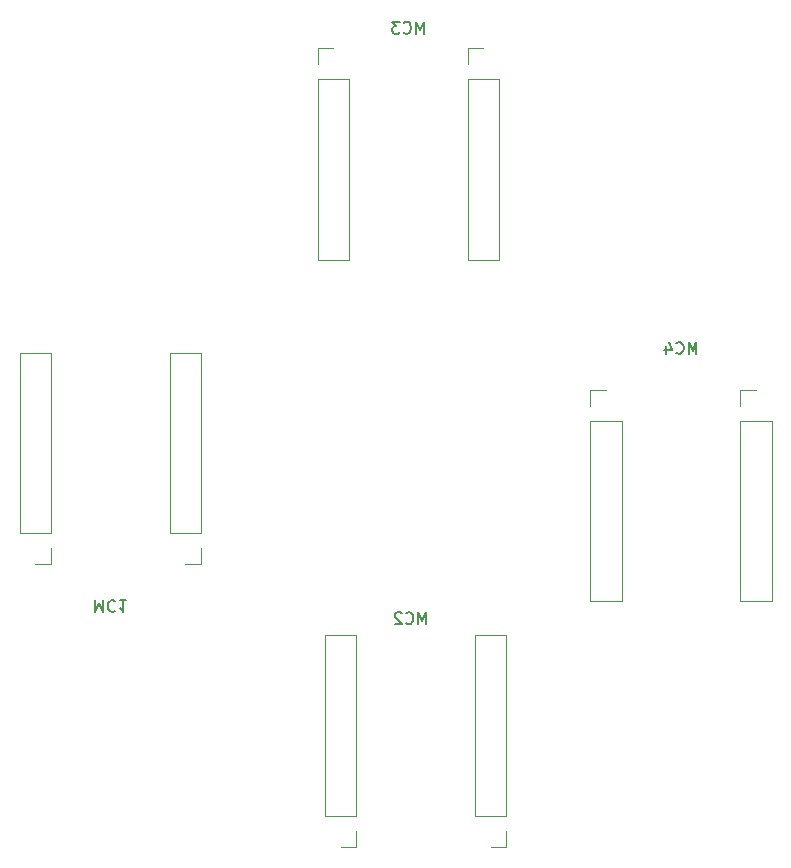
<source format=gbo>
%TF.GenerationSoftware,KiCad,Pcbnew,(6.0.8)*%
%TF.CreationDate,2023-03-18T14:47:44-05:00*%
%TF.ProjectId,board1,626f6172-6431-42e6-9b69-6361645f7063,rev?*%
%TF.SameCoordinates,Original*%
%TF.FileFunction,Legend,Bot*%
%TF.FilePolarity,Positive*%
%FSLAX46Y46*%
G04 Gerber Fmt 4.6, Leading zero omitted, Abs format (unit mm)*
G04 Created by KiCad (PCBNEW (6.0.8)) date 2023-03-18 14:47:44*
%MOMM*%
%LPD*%
G01*
G04 APERTURE LIST*
%ADD10C,0.150000*%
%ADD11C,0.120000*%
%ADD12C,1.700000*%
%ADD13R,1.700000X1.700000*%
%ADD14O,1.700000X1.700000*%
%ADD15R,3.800000X3.800000*%
%ADD16C,3.800000*%
G04 APERTURE END LIST*
D10*
X100165476Y-98650119D02*
X100165476Y-99650119D01*
X100498809Y-98935833D01*
X100832142Y-99650119D01*
X100832142Y-98650119D01*
X101879761Y-98745357D02*
X101832142Y-98697738D01*
X101689285Y-98650119D01*
X101594047Y-98650119D01*
X101451190Y-98697738D01*
X101355952Y-98792976D01*
X101308333Y-98888214D01*
X101260714Y-99078690D01*
X101260714Y-99221547D01*
X101308333Y-99412023D01*
X101355952Y-99507261D01*
X101451190Y-99602500D01*
X101594047Y-99650119D01*
X101689285Y-99650119D01*
X101832142Y-99602500D01*
X101879761Y-99554880D01*
X102832142Y-98650119D02*
X102260714Y-98650119D01*
X102546428Y-98650119D02*
X102546428Y-99650119D01*
X102451190Y-99507261D01*
X102355952Y-99412023D01*
X102260714Y-99364404D01*
X128234523Y-100694880D02*
X128234523Y-99694880D01*
X127901190Y-100409166D01*
X127567857Y-99694880D01*
X127567857Y-100694880D01*
X126520238Y-100599642D02*
X126567857Y-100647261D01*
X126710714Y-100694880D01*
X126805952Y-100694880D01*
X126948809Y-100647261D01*
X127044047Y-100552023D01*
X127091666Y-100456785D01*
X127139285Y-100266309D01*
X127139285Y-100123452D01*
X127091666Y-99932976D01*
X127044047Y-99837738D01*
X126948809Y-99742500D01*
X126805952Y-99694880D01*
X126710714Y-99694880D01*
X126567857Y-99742500D01*
X126520238Y-99790119D01*
X126139285Y-99790119D02*
X126091666Y-99742500D01*
X125996428Y-99694880D01*
X125758333Y-99694880D01*
X125663095Y-99742500D01*
X125615476Y-99790119D01*
X125567857Y-99885357D01*
X125567857Y-99980595D01*
X125615476Y-100123452D01*
X126186904Y-100694880D01*
X125567857Y-100694880D01*
X128018523Y-50694880D02*
X128018523Y-49694880D01*
X127685190Y-50409166D01*
X127351857Y-49694880D01*
X127351857Y-50694880D01*
X126304238Y-50599642D02*
X126351857Y-50647261D01*
X126494714Y-50694880D01*
X126589952Y-50694880D01*
X126732809Y-50647261D01*
X126828047Y-50552023D01*
X126875666Y-50456785D01*
X126923285Y-50266309D01*
X126923285Y-50123452D01*
X126875666Y-49932976D01*
X126828047Y-49837738D01*
X126732809Y-49742500D01*
X126589952Y-49694880D01*
X126494714Y-49694880D01*
X126351857Y-49742500D01*
X126304238Y-49790119D01*
X125970904Y-49694880D02*
X125351857Y-49694880D01*
X125685190Y-50075833D01*
X125542333Y-50075833D01*
X125447095Y-50123452D01*
X125399476Y-50171071D01*
X125351857Y-50266309D01*
X125351857Y-50504404D01*
X125399476Y-50599642D01*
X125447095Y-50647261D01*
X125542333Y-50694880D01*
X125828047Y-50694880D01*
X125923285Y-50647261D01*
X125970904Y-50599642D01*
X151109523Y-77817380D02*
X151109523Y-76817380D01*
X150776190Y-77531666D01*
X150442857Y-76817380D01*
X150442857Y-77817380D01*
X149395238Y-77722142D02*
X149442857Y-77769761D01*
X149585714Y-77817380D01*
X149680952Y-77817380D01*
X149823809Y-77769761D01*
X149919047Y-77674523D01*
X149966666Y-77579285D01*
X150014285Y-77388809D01*
X150014285Y-77245952D01*
X149966666Y-77055476D01*
X149919047Y-76960238D01*
X149823809Y-76865000D01*
X149680952Y-76817380D01*
X149585714Y-76817380D01*
X149442857Y-76865000D01*
X149395238Y-76912619D01*
X148538095Y-77150714D02*
X148538095Y-77817380D01*
X148776190Y-76769761D02*
X149014285Y-77484047D01*
X148395238Y-77484047D01*
D11*
X96455000Y-93012500D02*
X96455000Y-77712500D01*
X93795000Y-77712500D02*
X96455000Y-77712500D01*
X93795000Y-93012500D02*
X93795000Y-77712500D01*
X106495000Y-93012500D02*
X109155000Y-93012500D01*
X109155000Y-93012500D02*
X109155000Y-77712500D01*
X93795000Y-93012500D02*
X96455000Y-93012500D01*
X106495000Y-77712500D02*
X109155000Y-77712500D01*
X109155000Y-95612500D02*
X109155000Y-94282500D01*
X106495000Y-93012500D02*
X106495000Y-77712500D01*
X96455000Y-95612500D02*
X96455000Y-94282500D01*
X107825000Y-95612500D02*
X109155000Y-95612500D01*
X95125000Y-95612500D02*
X96455000Y-95612500D01*
X119645000Y-101630000D02*
X122305000Y-101630000D01*
X132345000Y-101630000D02*
X135005000Y-101630000D01*
X133675000Y-119530000D02*
X135005000Y-119530000D01*
X132345000Y-116930000D02*
X135005000Y-116930000D01*
X132345000Y-116930000D02*
X132345000Y-101630000D01*
X135005000Y-119530000D02*
X135005000Y-118200000D01*
X119645000Y-116930000D02*
X119645000Y-101630000D01*
X122305000Y-119530000D02*
X122305000Y-118200000D01*
X135005000Y-116930000D02*
X135005000Y-101630000D01*
X119645000Y-116930000D02*
X122305000Y-116930000D01*
X122305000Y-116930000D02*
X122305000Y-101630000D01*
X120975000Y-119530000D02*
X122305000Y-119530000D01*
X119029000Y-51955000D02*
X119029000Y-53285000D01*
X121689000Y-54555000D02*
X121689000Y-69855000D01*
X119029000Y-54555000D02*
X119029000Y-69855000D01*
X133059000Y-51955000D02*
X131729000Y-51955000D01*
X121689000Y-54555000D02*
X119029000Y-54555000D01*
X134389000Y-54555000D02*
X131729000Y-54555000D01*
X121689000Y-69855000D02*
X119029000Y-69855000D01*
X131729000Y-54555000D02*
X131729000Y-69855000D01*
X134389000Y-69855000D02*
X131729000Y-69855000D01*
X120359000Y-51955000D02*
X119029000Y-51955000D01*
X134389000Y-54555000D02*
X134389000Y-69855000D01*
X131729000Y-51955000D02*
X131729000Y-53285000D01*
X157480000Y-98755000D02*
X154820000Y-98755000D01*
X157480000Y-83455000D02*
X157480000Y-98755000D01*
X154820000Y-80855000D02*
X154820000Y-82185000D01*
X154820000Y-83455000D02*
X154820000Y-98755000D01*
X144780000Y-83455000D02*
X142120000Y-83455000D01*
X144780000Y-83455000D02*
X144780000Y-98755000D01*
X142120000Y-80855000D02*
X142120000Y-82185000D01*
X157480000Y-83455000D02*
X154820000Y-83455000D01*
X156150000Y-80855000D02*
X154820000Y-80855000D01*
X143450000Y-80855000D02*
X142120000Y-80855000D01*
X142120000Y-83455000D02*
X142120000Y-98755000D01*
X144780000Y-98755000D02*
X142120000Y-98755000D01*
%LPC*%
D12*
X95125000Y-94282500D03*
D13*
X95125000Y-91742500D03*
D14*
X95125000Y-89202500D03*
X95125000Y-86662500D03*
X95125000Y-84122500D03*
X95125000Y-81582500D03*
X95125000Y-79042500D03*
X107825000Y-79042500D03*
X107825000Y-81582500D03*
X107825000Y-84122500D03*
X107825000Y-86662500D03*
X107825000Y-89202500D03*
D13*
X107825000Y-91742500D03*
D12*
X107825000Y-94282500D03*
X120975000Y-118200000D03*
D13*
X120975000Y-115660000D03*
D14*
X120975000Y-113120000D03*
X120975000Y-110580000D03*
X120975000Y-108040000D03*
X120975000Y-105500000D03*
X120975000Y-102960000D03*
X133675000Y-102960000D03*
X133675000Y-105500000D03*
X133675000Y-108040000D03*
X133675000Y-110580000D03*
X133675000Y-113120000D03*
D13*
X133675000Y-115660000D03*
D12*
X133675000Y-118200000D03*
D13*
X137325000Y-41442500D03*
D14*
X139865000Y-41442500D03*
D13*
X120282400Y-74717500D03*
D14*
X122822400Y-74717500D03*
X125362400Y-74717500D03*
X127902400Y-74717500D03*
X130442400Y-74717500D03*
X132982400Y-74717500D03*
D15*
X87000000Y-109467500D03*
D16*
X87000000Y-114467500D03*
D13*
X132950000Y-96167500D03*
D14*
X130410000Y-96167500D03*
X127870000Y-96167500D03*
X125330000Y-96167500D03*
X122790000Y-96167500D03*
X120250000Y-96167500D03*
D13*
X115566800Y-121176900D03*
D14*
X113026800Y-121176900D03*
D12*
X94700000Y-105301300D03*
D13*
X94700000Y-107841300D03*
X94700000Y-110381300D03*
D14*
X94700000Y-112921300D03*
X94700000Y-115461300D03*
D13*
X124025000Y-41342500D03*
D14*
X121485000Y-41342500D03*
D12*
X133059000Y-53285000D03*
D13*
X133059000Y-55825000D03*
D14*
X133059000Y-58365000D03*
X133059000Y-60905000D03*
X133059000Y-63445000D03*
X133059000Y-65985000D03*
X133059000Y-68525000D03*
X120359000Y-68525000D03*
X120359000Y-65985000D03*
X120359000Y-63445000D03*
X120359000Y-60905000D03*
X120359000Y-58365000D03*
D13*
X120359000Y-55825000D03*
D12*
X120359000Y-53285000D03*
D13*
X115525000Y-92092500D03*
D14*
X115525000Y-89552500D03*
X115525000Y-87012500D03*
X115525000Y-84472500D03*
X115525000Y-81932500D03*
X115525000Y-79392500D03*
D13*
X154250000Y-121242500D03*
D14*
X151710000Y-121242500D03*
D13*
X135775000Y-79525000D03*
D14*
X135775000Y-82065000D03*
X135775000Y-84605000D03*
X135775000Y-87145000D03*
X135775000Y-89685000D03*
X135775000Y-92225000D03*
D13*
X162944500Y-61807800D03*
D14*
X165484500Y-61807800D03*
X162944500Y-64347800D03*
X165484500Y-64347800D03*
X162944500Y-66887800D03*
X165484500Y-66887800D03*
X162944500Y-69427800D03*
X165484500Y-69427800D03*
X162944500Y-71967800D03*
X165484500Y-71967800D03*
X162944500Y-74507800D03*
X165484500Y-74507800D03*
X162944500Y-77047800D03*
X165484500Y-77047800D03*
X162944500Y-79587800D03*
X165484500Y-79587800D03*
X162944500Y-82127800D03*
X165484500Y-82127800D03*
X162944500Y-84667800D03*
X165484500Y-84667800D03*
X162944500Y-87207800D03*
X165484500Y-87207800D03*
X162944500Y-89747800D03*
X165484500Y-89747800D03*
X162944500Y-92287800D03*
X165484500Y-92287800D03*
X162944500Y-94827800D03*
X165484500Y-94827800D03*
X162944500Y-97367800D03*
X165484500Y-97367800D03*
X162944500Y-99907800D03*
X165484500Y-99907800D03*
X162944500Y-102447800D03*
X165484500Y-102447800D03*
X162944500Y-104987800D03*
X165484500Y-104987800D03*
X162944500Y-107527800D03*
X165484500Y-107527800D03*
X162944500Y-110067800D03*
X165484500Y-110067800D03*
D12*
X156150000Y-82185000D03*
D13*
X156150000Y-84725000D03*
D14*
X156150000Y-87265000D03*
X156150000Y-89805000D03*
X156150000Y-92345000D03*
X156150000Y-94885000D03*
X156150000Y-97425000D03*
X143450000Y-97425000D03*
X143450000Y-94885000D03*
X143450000Y-92345000D03*
X143450000Y-89805000D03*
X143450000Y-87265000D03*
D13*
X143450000Y-84725000D03*
D12*
X143450000Y-82185000D03*
D13*
X101945000Y-95027500D03*
D14*
X86705000Y-95027500D03*
X101945000Y-92487500D03*
X86705000Y-92487500D03*
X101945000Y-89947500D03*
X86705000Y-89947500D03*
X101945000Y-87407500D03*
X86705000Y-87407500D03*
X101945000Y-84867500D03*
X86705000Y-84867500D03*
X101945000Y-82327500D03*
X86705000Y-82327500D03*
X101945000Y-79787500D03*
X86705000Y-79787500D03*
X101945000Y-77247500D03*
X86705000Y-77247500D03*
X101945000Y-74707500D03*
X86705000Y-74707500D03*
X101945000Y-72167500D03*
X86705000Y-72167500D03*
X101945000Y-69627500D03*
X86705000Y-69627500D03*
X101945000Y-67087500D03*
X86705000Y-67087500D03*
X101945000Y-64547500D03*
X86705000Y-64547500D03*
X101945000Y-62007500D03*
X86705000Y-62007500D03*
M02*

</source>
